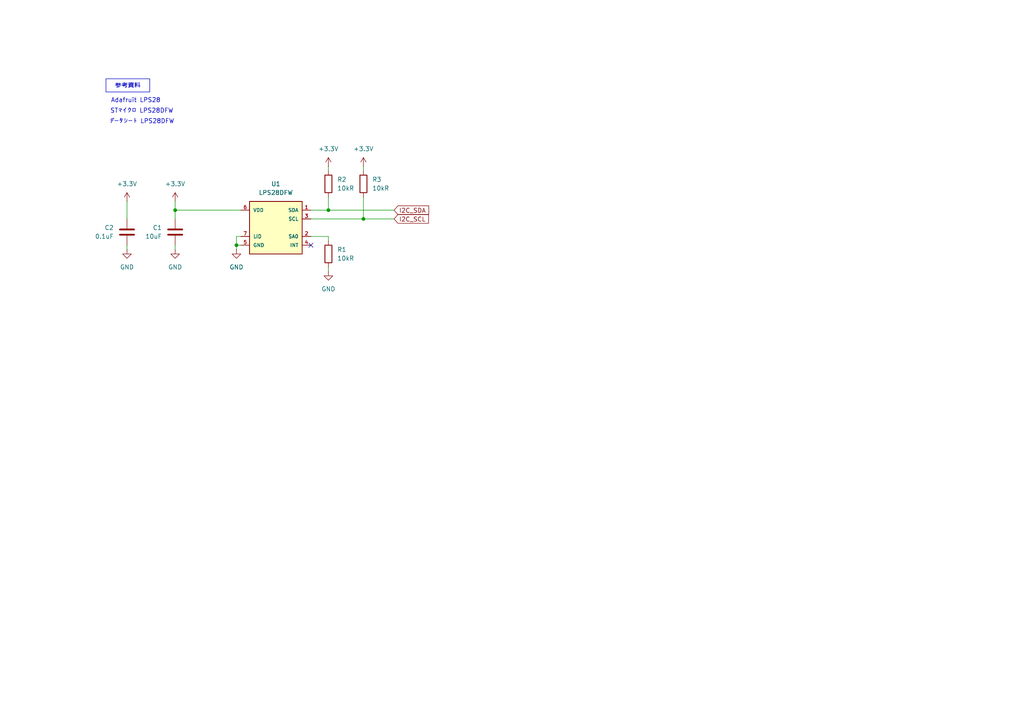
<source format=kicad_sch>
(kicad_sch (version 20250114) (generator "eeschema") (generator_version "9.0")
  (paper "A4")
  (lib_symbols
    (symbol "Device:C" (pin_numbers (hide yes)) (pin_names (offset 0.254))
      (property "Reference" "C" (at 0.635 2.54 0))
      (property "Value" "C" (at 0.635 -2.54 0))
      (symbol "C_0_1"
        (polyline (pts (xy -2.032 0.762) (xy 2.032 0.762)) (stroke (width 0.508)))
        (polyline (pts (xy -2.032 -0.762) (xy 2.032 -0.762)) (stroke (width 0.508)))
      )
      (symbol "C_1_1"
        (pin passive line (at 0 3.81 270) (length 2.794) (name "~") (number "1"))
        (pin passive line (at 0 -3.81 90) (length 2.794) (name "~") (number "2"))
      )
    )
    (symbol "Device:R" (pin_numbers (hide yes)) (pin_names (offset 0))
      (property "Reference" "R" (at 2.032 0 90))
      (property "Value" "R" (at 0 0 90))
      (symbol "R_0_1"
        (rectangle (start -1.016 -2.54) (end 1.016 2.54) (stroke (width 0.254)))
      )
      (symbol "R_1_1"
        (pin passive line (at 0 3.81 270) (length 1.27) (name "~") (number "1"))
        (pin passive line (at 0 -3.81 90) (length 1.27) (name "~") (number "2"))
      )
    )
    (symbol "TSRP_IC:LPS28DFW" (pin_names (offset 1.016))
      (property "Reference" "U" (at -7.62 7.874 0))
      (property "Value" "LPS28DFW" (at -7.62 -10.16 0))
      (symbol "LPS28DFW_0_0"
        (rectangle (start -7.62 -7.62) (end 7.62 7.62) (stroke (width 0.254)) (fill (type background)))
        (pin power_in line (at -10.16 5.08 0) (length 2.54) (name "VDD") (number "6"))
        (pin passive line (at -10.16 -2.54 0) (length 2.54) (name "LID") (number "7"))
        (pin power_in line (at -10.16 -5.08 0) (length 2.54) (name "GND") (number "5"))
        (pin bidirectional line (at 10.16 5.08 180) (length 2.54) (name "SDA") (number "1"))
        (pin input line (at 10.16 2.54 180) (length 2.54) (name "SCL") (number "3"))
        (pin input line (at 10.16 -2.54 180) (length 2.54) (name "SA0") (number "2"))
        (pin output line (at 10.16 -5.08 180) (length 2.54) (name "INT") (number "4"))
      )
    )
    (symbol "power:+3.3V" (power) (pin_numbers (hide yes)) (pin_names (offset 0) (hide yes))
      (property "Value" "+3.3V" (at 0 3.556 0))
      (symbol "+3.3V_0_1"
        (polyline (pts (xy -0.762 1.27) (xy 0 2.54)))
        (polyline (pts (xy 0 2.54) (xy 0.762 1.27)))
        (polyline (pts (xy 0 0) (xy 0 2.54)))
      )
      (symbol "+3.3V_1_1"
        (pin power_in line (at 0 0 90) (length 0) (name "~") (number "1"))
      )
    )
    (symbol "power:GND" (power) (pin_numbers (hide yes)) (pin_names (offset 0) (hide yes))
      (property "Value" "GND" (at 0 -3.81 0))
      (symbol "GND_0_1"
        (polyline (pts (xy 0 0) (xy 0 -1.27) (xy 1.27 -1.27) (xy 0 -2.54) (xy -1.27 -1.27) (xy 0 -1.27)))
      )
      (symbol "GND_1_1"
        (pin power_in line (at 0 0 270) (length 0) (name "~") (number "1"))
      )
    )
  )
  (text "データシート LPS28DFW" (at 41.148 35.306 0) (effects (font (size 1.27 1.27))))
  (text "Adafruit LPS28" (at 39.37 29.21 0) (effects (font (size 1.27 1.27))))
  (text "STマイクロ LPS28DFW" (at 41.148 32.258 0) (effects (font (size 1.27 1.27))))
  (text_box "参考資料" (at 30.734 22.86 0) (size 12.7 3.81) (margins 0.9525 0.9525 0.9525 0.9525) (effects (font (size 1.27 1.27))))
  (junction (at 95.25 60.96))
  (junction (at 50.8 60.96))
  (junction (at 68.58 71.12))
  (junction (at 105.41 63.5))
  (no_connect (at 90.17 71.12))
  (wire (pts (xy 50.8 60.96) (xy 50.8 63.5)))
  (wire (pts (xy 95.25 57.15) (xy 95.25 60.96)))
  (wire (pts (xy 105.41 48.26) (xy 105.41 49.53)))
  (wire (pts (xy 69.85 71.12) (xy 68.58 71.12)))
  (wire (pts (xy 95.25 60.96) (xy 90.17 60.96)))
  (wire (pts (xy 68.58 68.58) (xy 68.58 71.12)))
  (wire (pts (xy 50.8 58.42) (xy 50.8 60.96)))
  (wire (pts (xy 36.83 58.42) (xy 36.83 63.5)))
  (wire (pts (xy 69.85 68.58) (xy 68.58 68.58)))
  (wire (pts (xy 36.83 71.12) (xy 36.83 72.39)))
  (wire (pts (xy 95.25 68.58) (xy 95.25 69.85)))
  (wire (pts (xy 95.25 48.26) (xy 95.25 49.53)))
  (wire (pts (xy 114.3 63.5) (xy 105.41 63.5)))
  (wire (pts (xy 95.25 77.47) (xy 95.25 78.74)))
  (wire (pts (xy 114.3 60.96) (xy 95.25 60.96)))
  (wire (pts (xy 50.8 71.12) (xy 50.8 72.39)))
  (wire (pts (xy 105.41 57.15) (xy 105.41 63.5)))
  (wire (pts (xy 105.41 63.5) (xy 90.17 63.5)))
  (wire (pts (xy 90.17 68.58) (xy 95.25 68.58)))
  (wire (pts (xy 50.8 60.96) (xy 69.85 60.96)))
  (wire (pts (xy 68.58 71.12) (xy 68.58 72.39)))
  (global_label "I2C_SCL" (shape input) (at 114.3 63.5 0) (property "Intersheetrefs" "${INTERSHEET_REFS}" (effects (hide yes))))
  (global_label "I2C_SDA" (shape input) (at 114.3 60.96 0) (property "Intersheetrefs" "${INTERSHEET_REFS}" (effects (hide yes))))
  (symbol (lib_id "Device:C") (at 36.83 67.31 0) (unit 1)
    (property "Reference" "C2" (at 33.02 66.0399 0) (effects (justify right)))
    (property "Value" "0.1uF" (at 33.02 68.5799 0) (effects (justify right)))
    (property "Footprint" "Capacitor_SMD:C_0603_1608Metric_Pad1.08x0.95mm_HandSolder" (effects (hide yes)))
    (property "Description" "Unpolarized capacitor" (effects (hide yes)))
  )
  (symbol (lib_id "power:+3.3V") (at 50.8 58.42 0) (unit 1)
    (property "Reference" "#PWR01" (effects (hide yes)))
    (property "Value" "+3.3V" (at 50.8 53.34 0))
    (property "Description" "Power symbol creates a global label with name \"+3.3V\"" (effects (hide yes)))
  )
  (symbol (lib_id "power:GND") (at 95.25 78.74 0) (unit 1)
    (property "Reference" "#PWR02" (effects (hide yes)))
    (property "Value" "GND" (at 95.25 83.82 0))
    (property "Description" "Power symbol creates a global label with name \"GND\" , ground" (effects (hide yes)))
  )
  (symbol (lib_id "power:+3.3V") (at 36.83 58.42 0) (unit 1)
    (property "Reference" "#PWR09" (effects (hide yes)))
    (property "Value" "+3.3V" (at 36.83 53.34 0))
    (property "Description" "Power symbol creates a global label with name \"+3.3V\"" (effects (hide yes)))
  )
  (symbol (lib_id "power:+3.3V") (at 95.25 48.26 0) (unit 1)
    (property "Reference" "#PWR07" (effects (hide yes)))
    (property "Value" "+3.3V" (at 95.25 43.18 0))
    (property "Description" "Power symbol creates a global label with name \"+3.3V\"" (effects (hide yes)))
  )
  (symbol (lib_id "Device:R") (at 105.41 53.34 0) (unit 1)
    (property "Reference" "R3" (at 107.95 52.0699 0) (effects (justify left)))
    (property "Value" "10kR" (at 107.95 54.6099 0) (effects (justify left)))
    (property "Footprint" "Resistor_SMD:R_0603_1608Metric_Pad0.98x0.95mm_HandSolder" (effects (hide yes)))
    (property "Description" "Resistor" (effects (hide yes)))
  )
  (symbol (lib_id "TSRP_IC:LPS28DFW") (at 80.01 66.04 0) (unit 1)
    (property "Reference" "U1" (at 80.01 53.34 0))
    (property "Value" "LPS28DFW" (at 80.01 55.88 0))
    (property "Footprint" "TSRP_IC:CCLGA-7L" (effects (hide yes)))
    (property "MF" "STMicroelectronics" (effects (hide yes)))
    (property "Description_1" "Dual full-scale, 1260 hPa and 4060 hPa, absolute digital output barometer with water-resistant package" (effects (hide yes)))
    (property "Package" "Package" (effects (hide yes)))
    (property "Price" "None" (effects (hide yes)))
    (property "PROD_ID" "IC-17197" (effects (hide yes)))
    (property "SnapEDA_Link" "https://www.snapeda.com/parts/LPS28DFW/STMicroelectronics/view-part/?ref=snap" (effects (hide yes)))
    (property "MP" "LPS28DFW" (effects (hide yes)))
    (property "Availability" "Not in stock" (effects (hide yes)))
    (property "Check_prices" "https://www.snapeda.com/parts/LPS28DFW/STMicroelectronics/view-part/?ref=eda" (effects (hide yes)))
  )
  (symbol (lib_id "Device:R") (at 95.25 73.66 0) (unit 1)
    (property "Reference" "R1" (at 97.79 72.3899 0) (effects (justify left)))
    (property "Value" "10kR" (at 97.79 74.9299 0) (effects (justify left)))
    (property "Footprint" "Resistor_SMD:R_0603_1608Metric_Pad0.98x0.95mm_HandSolder" (effects (hide yes)))
    (property "Description" "Resistor" (effects (hide yes)))
  )
  (symbol (lib_id "power:GND") (at 36.83 72.39 0) (unit 1)
    (property "Reference" "#PWR010" (effects (hide yes)))
    (property "Value" "GND" (at 36.83 77.47 0))
    (property "Description" "Power symbol creates a global label with name \"GND\" , ground" (effects (hide yes)))
  )
  (symbol (lib_id "power:GND") (at 68.58 72.39 0) (unit 1)
    (property "Reference" "#PWR04" (effects (hide yes)))
    (property "Value" "GND" (at 68.58 77.47 0))
    (property "Description" "Power symbol creates a global label with name \"GND\" , ground" (effects (hide yes)))
  )
  (symbol (lib_id "power:GND") (at 50.8 72.39 0) (unit 1)
    (property "Reference" "#PWR03" (effects (hide yes)))
    (property "Value" "GND" (at 50.8 77.47 0))
    (property "Description" "Power symbol creates a global label with name \"GND\" , ground" (effects (hide yes)))
  )
  (symbol (lib_id "Device:R") (at 95.25 53.34 0) (unit 1)
    (property "Reference" "R2" (at 97.79 52.0699 0) (effects (justify left)))
    (property "Value" "10kR" (at 97.79 54.6099 0) (effects (justify left)))
    (property "Footprint" "Resistor_SMD:R_0603_1608Metric_Pad0.98x0.95mm_HandSolder" (effects (hide yes)))
    (property "Description" "Resistor" (effects (hide yes)))
  )
  (symbol (lib_id "power:+3.3V") (at 105.41 48.26 0) (unit 1)
    (property "Reference" "#PWR08" (effects (hide yes)))
    (property "Value" "+3.3V" (at 105.41 43.18 0))
    (property "Description" "Power symbol creates a global label with name \"+3.3V\"" (effects (hide yes)))
  )
  (symbol (lib_id "Device:C") (at 50.8 67.31 0) (unit 1)
    (property "Reference" "C1" (at 46.99 66.0399 0) (effects (justify right)))
    (property "Value" "10uF" (at 46.99 68.5799 0) (effects (justify right)))
    (property "Footprint" "Capacitor_SMD:C_0603_1608Metric_Pad1.08x0.95mm_HandSolder" (effects (hide yes)))
    (property "Description" "Unpolarized capacitor" (effects (hide yes)))
  )
)
</source>
